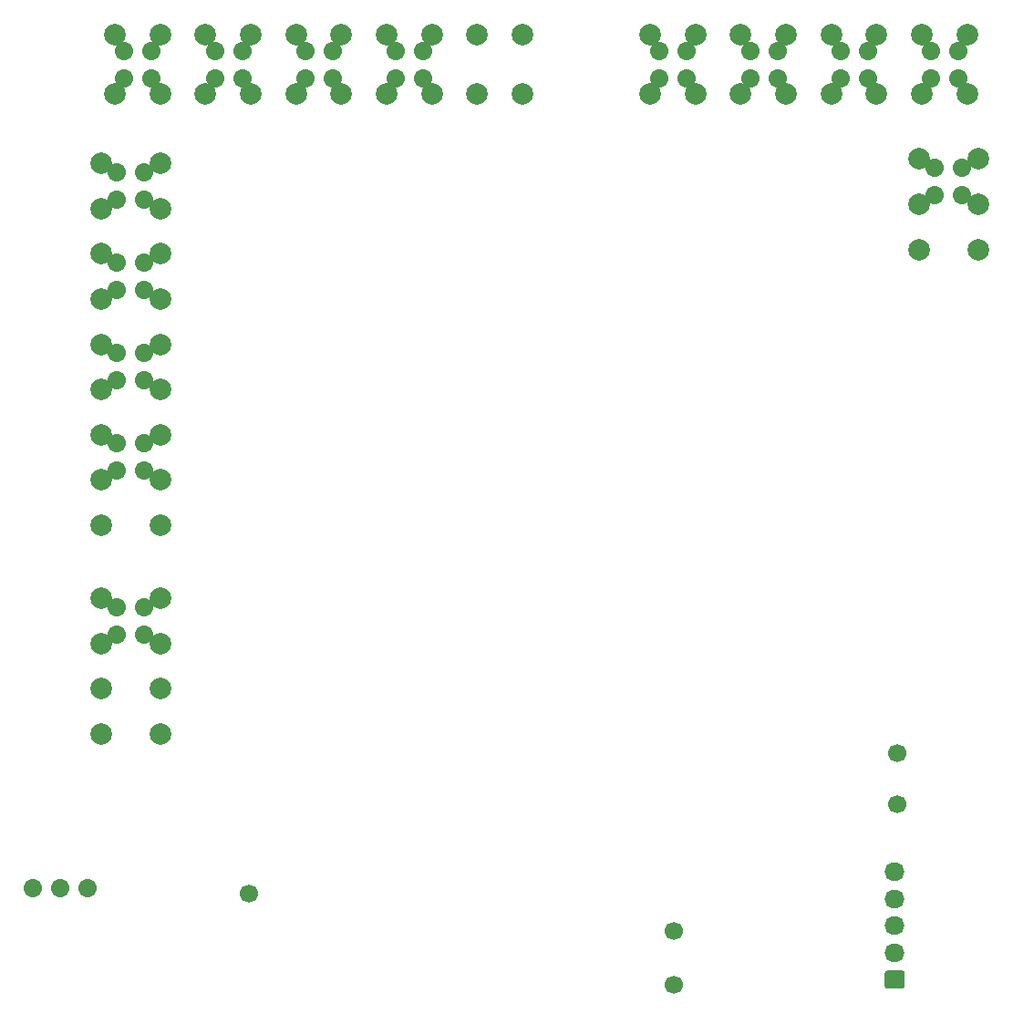
<source format=gbl>
G04 #@! TF.GenerationSoftware,KiCad,Pcbnew,7.0.9*
G04 #@! TF.CreationDate,2024-03-11T23:10:39+03:00*
G04 #@! TF.ProjectId,hellen1-uaefi,68656c6c-656e-4312-9d75-616566692e6b,rev?*
G04 #@! TF.SameCoordinates,PX55d4a80PY8f0d180*
G04 #@! TF.FileFunction,Copper,L4,Bot*
G04 #@! TF.FilePolarity,Positive*
%FSLAX46Y46*%
G04 Gerber Fmt 4.6, Leading zero omitted, Abs format (unit mm)*
G04 Created by KiCad (PCBNEW 7.0.9) date 2024-03-11 23:10:39*
%MOMM*%
%LPD*%
G01*
G04 APERTURE LIST*
G04 #@! TA.AperFunction,ComponentPad*
%ADD10C,2.000000*%
G04 #@! TD*
G04 #@! TA.AperFunction,ComponentPad*
%ADD11C,1.700000*%
G04 #@! TD*
G04 #@! TA.AperFunction,ComponentPad*
%ADD12O,1.850000X1.700000*%
G04 #@! TD*
G04 #@! TA.AperFunction,ComponentPad*
%ADD13O,1.700000X1.700000*%
G04 #@! TD*
G04 APERTURE END LIST*
D10*
G04 #@! TO.P,M801,A1,OUT_DC1-*
G04 #@! TO.N,/OUT_DC1-*
X9300126Y25800000D03*
G04 #@! TO.P,M801,A2,OUT_DC2-*
G04 #@! TO.N,/OUT_DC2-*
X9300126Y30000000D03*
G04 #@! TO.P,M801,A3,GND*
G04 #@! TO.N,/GND_A3*
X9300126Y34200000D03*
D11*
X10800126Y35050000D03*
D10*
G04 #@! TO.P,M801,A4,GND*
G04 #@! TO.N,/GND_A4*
X9300126Y38400000D03*
D11*
X10800126Y37590000D03*
D10*
G04 #@! TO.P,M801,A5,OUT_DC1+*
G04 #@! TO.N,/OUT_DC1+*
X14800126Y25800000D03*
G04 #@! TO.P,M801,A6,OUT_DC2+*
G04 #@! TO.N,/OUT_DC2+*
X14800126Y30000000D03*
D11*
G04 #@! TO.P,M801,A7,IN_VIGN*
G04 #@! TO.N,/12V_KEY*
X13340126Y35050000D03*
D10*
X14800126Y34200000D03*
D11*
G04 #@! TO.P,M801,A8,IN_V_MAIN*
G04 #@! TO.N,/12V*
X13340126Y37590000D03*
D10*
X14800126Y38400000D03*
G04 #@! TO.P,M801,B1,OUT_INJ6*
G04 #@! TO.N,/OUT_INJ6*
X9300126Y45200000D03*
G04 #@! TO.P,M801,B2,OUT_INJ5*
G04 #@! TO.N,/OUT_INJ5*
X9300126Y49400000D03*
D11*
X10800126Y50250000D03*
D10*
G04 #@! TO.P,M801,B3,OUT_INJ4*
G04 #@! TO.N,/OUT_INJ4*
X9300126Y53600000D03*
D11*
X10800126Y52790000D03*
D10*
G04 #@! TO.P,M801,B4,OUT_INJ3*
G04 #@! TO.N,/OUT_INJ3*
X9300126Y57800000D03*
D11*
X10800126Y58650000D03*
D10*
G04 #@! TO.P,M801,B5,OUT_INJ2*
G04 #@! TO.N,/OUT_INJ2*
X9300126Y62000000D03*
D11*
X10800126Y61190000D03*
D10*
G04 #@! TO.P,M801,B6,OUT_INJ1*
G04 #@! TO.N,/OUT_INJ1*
X9300126Y66200000D03*
D11*
X10800126Y67050000D03*
D10*
G04 #@! TO.P,M801,B7,OUT_LS1*
G04 #@! TO.N,/OUT_LS1*
X9300126Y70400000D03*
D11*
X10800126Y69590000D03*
D10*
G04 #@! TO.P,M801,B8,OUT_LS_WEAK2*
G04 #@! TO.N,/OUT_LS_HOT2*
X9300126Y74600000D03*
D11*
X10800126Y75450000D03*
D10*
G04 #@! TO.P,M801,B9,OUT_LS_WEAK1*
G04 #@! TO.N,/OUT_LS_HOT1*
X9300126Y78800000D03*
D11*
X10800126Y77990000D03*
D10*
G04 #@! TO.P,M801,B10,OUT_IGN6*
G04 #@! TO.N,/OUT_IGN6*
X14800126Y45200000D03*
D11*
G04 #@! TO.P,M801,B11,OUT_IGN4*
G04 #@! TO.N,/OUT_IGN4*
X13340126Y50250000D03*
D10*
X14800126Y49400000D03*
D11*
G04 #@! TO.P,M801,B12,OUT_IGN3*
G04 #@! TO.N,/OUT_IGN3*
X13340126Y52790000D03*
D10*
X14800126Y53600000D03*
D11*
G04 #@! TO.P,M801,B13,OUT_IGN5*
G04 #@! TO.N,/OUT_IGN5*
X13340126Y58650000D03*
D10*
X14800126Y57800000D03*
D11*
G04 #@! TO.P,M801,B14,OUT_IGN2*
G04 #@! TO.N,/OUT_IGN2*
X13340126Y61190000D03*
D10*
X14800126Y62000000D03*
D11*
G04 #@! TO.P,M801,B15,OUT_IGN1*
G04 #@! TO.N,/OUT_IGN1*
X13340126Y67050000D03*
D10*
X14800126Y66200000D03*
D11*
G04 #@! TO.P,M801,B16,OUT_LS4*
G04 #@! TO.N,/OUT_LS4*
X13340126Y69590000D03*
D10*
X14800126Y70400000D03*
D11*
G04 #@! TO.P,M801,B17,OUT_LS3*
G04 #@! TO.N,/OUT_LS3*
X13340126Y75450000D03*
D10*
X14800126Y74600000D03*
D11*
G04 #@! TO.P,M801,B18,OUT_LS2*
G04 #@! TO.N,/OUT_LS2*
X13340126Y77990000D03*
D10*
X14800126Y78800000D03*
G04 #@! TO.P,M801,C1,+5VP*
G04 #@! TO.N,/5VP_C1*
X10625126Y90725000D03*
D11*
X11475126Y89225000D03*
G04 #@! TO.P,M801,C2,+5VP*
G04 #@! TO.N,/5VP_C2*
X14015126Y89225000D03*
D10*
X14825126Y90725000D03*
G04 #@! TO.P,M801,C3,IN_AUX2*
G04 #@! TO.N,/IN_AUX2*
X19025126Y90725000D03*
D11*
X19875126Y89225000D03*
G04 #@! TO.P,M801,C4,IN_PPS2*
G04 #@! TO.N,/IN_PPS2*
X22415126Y89225000D03*
D10*
X23225126Y90725000D03*
G04 #@! TO.P,M801,C5,IN_HALL1*
G04 #@! TO.N,/IN_HALL1*
X27425126Y90725000D03*
D11*
X28275126Y89225000D03*
G04 #@! TO.P,M801,C6,IN_HALL2*
G04 #@! TO.N,/IN_HALL2*
X30815126Y89225000D03*
D10*
X31625126Y90725000D03*
G04 #@! TO.P,M801,C7,IN_HALL3*
G04 #@! TO.N,/IN_HALL3*
X35825126Y90725000D03*
D11*
X36675126Y89225000D03*
G04 #@! TO.P,M801,C8,GND*
G04 #@! TO.N,/GND_C8*
X39215126Y89225000D03*
D10*
X40025126Y90725000D03*
G04 #@! TO.P,M801,C9,IN_BUTTON3*
G04 #@! TO.N,/IN_BUTTON3*
X44225126Y90725000D03*
G04 #@! TO.P,M801,C10,EGT+*
G04 #@! TO.N,/EGT+*
X48425126Y90725000D03*
G04 #@! TO.P,M801,C11,GNDA*
G04 #@! TO.N,/GNDA_C11*
X10625126Y85225000D03*
D11*
X11475126Y86685000D03*
G04 #@! TO.P,M801,C12,GNDA*
G04 #@! TO.N,/GNDA_C12*
X14015126Y86685000D03*
D10*
X14825126Y85225000D03*
G04 #@! TO.P,M801,C13,GNDA*
G04 #@! TO.N,/GNDA_C13*
X19025126Y85225000D03*
D11*
X19875126Y86685000D03*
G04 #@! TO.P,M801,C14,IN_TPS2*
G04 #@! TO.N,/IN_TPS2*
X22415126Y86685000D03*
D10*
X23225126Y85225000D03*
G04 #@! TO.P,M801,C15,IN_AUX3*
G04 #@! TO.N,/IN_AUX3*
X27425126Y85225000D03*
D11*
X28275126Y86685000D03*
G04 #@! TO.P,M801,C16,VR_MAX9924+*
G04 #@! TO.N,/VR2+*
X30815126Y86685000D03*
D10*
X31625126Y85225000D03*
G04 #@! TO.P,M801,C17,VR_MAX9924-*
G04 #@! TO.N,/VR2-*
X35825126Y85225000D03*
D11*
X36675126Y86685000D03*
G04 #@! TO.P,M801,C18,VR_DISCRETE+*
G04 #@! TO.N,/VR1+*
X39215126Y86685000D03*
D10*
X40025126Y85225000D03*
G04 #@! TO.P,M801,C19,VR_DISCRETE-*
G04 #@! TO.N,/VR1-*
X44225126Y85225000D03*
G04 #@! TO.P,M801,C20,EGT-*
G04 #@! TO.N,/EGT-*
X48425126Y85225000D03*
G04 #@! TO.P,M801,D1,IN_AUX1*
G04 #@! TO.N,/IN_AUX1*
X60325126Y90725000D03*
D11*
X61175126Y89225000D03*
G04 #@! TO.P,M801,D2,IN_BUTTON1*
G04 #@! TO.N,/IN_BUTTON1*
X63715126Y89225000D03*
D10*
X64525126Y90725000D03*
G04 #@! TO.P,M801,D3,+5VP*
G04 #@! TO.N,/5VP_D3*
X68725126Y90725000D03*
D11*
X69575126Y89225000D03*
G04 #@! TO.P,M801,D4,+5VP*
G04 #@! TO.N,/5VP_D4*
X72115126Y89225000D03*
D10*
X72925126Y90725000D03*
G04 #@! TO.P,M801,D5,IN_FLEX*
G04 #@! TO.N,/IN_FLEX*
X77125126Y90725000D03*
D11*
X77975126Y89225000D03*
G04 #@! TO.P,M801,D6,IN_PPS1*
G04 #@! TO.N,/IN_PPS1*
X80515126Y89225000D03*
D10*
X81325126Y90725000D03*
G04 #@! TO.P,M801,D7,CAN+*
G04 #@! TO.N,/CAN+*
X85525126Y90725000D03*
D11*
X86375126Y89225000D03*
G04 #@! TO.P,M801,D8,CAN-*
G04 #@! TO.N,/CAN-*
X88915126Y89225000D03*
D10*
X89725126Y90725000D03*
G04 #@! TO.P,M801,D9,IN_MAP*
G04 #@! TO.N,/IN_MAP*
X60325126Y85225000D03*
D11*
X61175126Y86685000D03*
G04 #@! TO.P,M801,D10,IN_BUTTON2*
G04 #@! TO.N,/IN_BUTTON2*
X63715126Y86685000D03*
D10*
X64525126Y85225000D03*
G04 #@! TO.P,M801,D11,GNDA*
G04 #@! TO.N,/GNDA_D11*
X68725126Y85225000D03*
D11*
X69575126Y86685000D03*
G04 #@! TO.P,M801,D12,GNDA*
G04 #@! TO.N,/GNDA_D12*
X72115126Y86685000D03*
D10*
X72925126Y85225000D03*
G04 #@! TO.P,M801,D13,IN_TPS1*
G04 #@! TO.N,/IN_TPS1*
X77125126Y85225000D03*
D11*
X77975126Y86685000D03*
G04 #@! TO.P,M801,D14,IN_KNOCK_RAW*
G04 #@! TO.N,/IN_KNOCK_RAW*
X80515126Y86685000D03*
D10*
X81325126Y85225000D03*
G04 #@! TO.P,M801,D15,IN_IAT*
G04 #@! TO.N,/IN_IAT*
X85525126Y85225000D03*
D11*
X86375126Y86685000D03*
G04 #@! TO.P,M801,D16,IN_CLT*
G04 #@! TO.N,/IN_CLT*
X88915126Y86685000D03*
D10*
X89725126Y85225000D03*
D11*
G04 #@! TO.P,M801,E1,+12V_RAW*
G04 #@! TO.N,/WBO_12V*
X89290126Y78390000D03*
D10*
X90750126Y79200000D03*
D11*
G04 #@! TO.P,M801,E2,WBO_Rtrim*
G04 #@! TO.N,/WBO_Rtrim*
X89290126Y75850000D03*
D10*
X90750126Y75000000D03*
G04 #@! TO.P,M801,E3,WBO_Heater*
G04 #@! TO.N,/WBO_Heater*
X90750126Y70800000D03*
G04 #@! TO.P,M801,E4,WBO_Un*
G04 #@! TO.N,/WBO_Un*
X85250126Y79200000D03*
D11*
X86750126Y78390000D03*
D10*
G04 #@! TO.P,M801,E5,WBO_Ip*
G04 #@! TO.N,/WBO_Ip*
X85250126Y75000000D03*
D11*
X86750126Y75850000D03*
D10*
G04 #@! TO.P,M801,E6,WBO_Vm*
G04 #@! TO.N,/WBO_Vm*
X85250126Y70800000D03*
G04 #@! TO.P,M801,J1,VBUS*
G04 #@! TO.N,Net-(J801-Pin_1)*
G04 #@! TA.AperFunction,ComponentPad*
G36*
G01*
X83700126Y2150000D02*
X82350126Y2150000D01*
G75*
G02*
X82100126Y2400000I0J250000D01*
G01*
X82100126Y3600000D01*
G75*
G02*
X82350126Y3850000I250000J0D01*
G01*
X83700126Y3850000D01*
G75*
G02*
X83950126Y3600000I0J-250000D01*
G01*
X83950126Y2400000D01*
G75*
G02*
X83700126Y2150000I-250000J0D01*
G01*
G37*
G04 #@! TD.AperFunction*
D12*
G04 #@! TO.P,M801,J2,USB-*
G04 #@! TO.N,Net-(J801-Pin_2)*
X83025126Y5500000D03*
G04 #@! TO.P,M801,J3,USB+*
G04 #@! TO.N,Net-(J801-Pin_3)*
X83025126Y8000000D03*
G04 #@! TO.P,M801,J4,GND*
G04 #@! TO.N,Net-(J801-Pin_4)*
X83025126Y10500000D03*
G04 #@! TO.P,M801,J5,GND*
G04 #@! TO.N,Net-(J801-Pin_5)*
X83025126Y13000000D03*
D11*
G04 #@! TO.P,M801,P3,LED_YELLOW*
G04 #@! TO.N,Net-(M801-LED_YELLOW)*
X62525126Y2500000D03*
G04 #@! TO.P,M801,P4,LED_GREEN*
G04 #@! TO.N,Net-(M801-LED_GREEN)*
X62525126Y7500000D03*
G04 #@! TO.P,M801,P7,Rx*
G04 #@! TO.N,Net-(M801-Rx)*
X83225126Y24000000D03*
G04 #@! TO.P,M801,P8,Tx*
G04 #@! TO.N,Net-(M801-Tx)*
X83225126Y19300000D03*
G04 #@! TO.P,M801,P15,DC1_DIR*
G04 #@! TO.N,Net-(J802-Pin_2)*
X5565126Y11500000D03*
G04 #@! TO.P,M801,P16,DC2_DIR*
G04 #@! TO.N,Net-(J802-Pin_3)*
X8105126Y11500000D03*
G04 #@! TO.P,M801,P17,DC1_PWM*
G04 #@! TO.N,Net-(J802-Pin_1)*
X3025126Y11500000D03*
G04 #@! TO.P,M801,P18,DC2_PWM*
G04 #@! TO.N,Net-(M801-DC2_PWM)*
X23025126Y11000000D03*
G04 #@! TD*
D10*
G04 #@! TO.P,P809,1,Pin_1*
G04 #@! TO.N,/GND_A4*
X9300126Y38400000D03*
G04 #@! TD*
D13*
G04 #@! TO.P,J805,1,Pin_1*
G04 #@! TO.N,/5VP_D3*
X69575126Y89225000D03*
G04 #@! TO.P,J805,2,Pin_2*
G04 #@! TO.N,/5VP_D4*
X72115126Y89225000D03*
G04 #@! TO.P,J805,3,Pin_3*
G04 #@! TO.N,/GNDA_D11*
X69575126Y86685000D03*
G04 #@! TO.P,J805,4,Pin_4*
G04 #@! TO.N,/GNDA_D12*
X72115126Y86685000D03*
G04 #@! TD*
D10*
G04 #@! TO.P,P825,1,Pin_1*
G04 #@! TO.N,/OUT_IGN3*
X14800126Y53600000D03*
G04 #@! TD*
G04 #@! TO.P,P859,1,Pin_1*
G04 #@! TO.N,/CAN-*
X89725126Y90725000D03*
G04 #@! TD*
G04 #@! TO.P,P824,1,Pin_1*
G04 #@! TO.N,/OUT_IGN4*
X14800126Y49400000D03*
G04 #@! TD*
G04 #@! TO.P,P834,1,Pin_1*
G04 #@! TO.N,/IN_AUX2*
X19025126Y90725000D03*
G04 #@! TD*
G04 #@! TO.P,P819,1,Pin_1*
G04 #@! TO.N,/OUT_INJ1*
X9300126Y66200000D03*
G04 #@! TD*
G04 #@! TO.P,P852,1,Pin_1*
G04 #@! TO.N,/IN_AUX1*
X60325126Y90725000D03*
G04 #@! TD*
G04 #@! TO.P,P867,1,Pin_1*
G04 #@! TO.N,/IN_CLT*
X89725126Y85225000D03*
G04 #@! TD*
G04 #@! TO.P,P818,1,Pin_1*
G04 #@! TO.N,/OUT_INJ2*
X9300126Y62000000D03*
G04 #@! TD*
G04 #@! TO.P,P817,1,Pin_1*
G04 #@! TO.N,/OUT_INJ3*
X9300126Y57800000D03*
G04 #@! TD*
G04 #@! TO.P,P841,1,Pin_1*
G04 #@! TO.N,/EGT+*
X48425126Y90725000D03*
G04 #@! TD*
G04 #@! TO.P,P872,1,Pin_1*
G04 #@! TO.N,/WBO_Ip*
X85250126Y75000000D03*
G04 #@! TD*
G04 #@! TO.P,P857,1,Pin_1*
G04 #@! TO.N,/IN_PPS1*
X81325126Y90725000D03*
G04 #@! TD*
G04 #@! TO.P,P840,1,Pin_1*
G04 #@! TO.N,/IN_BUTTON3*
X44225126Y90725000D03*
G04 #@! TD*
G04 #@! TO.P,P837,1,Pin_1*
G04 #@! TO.N,/IN_HALL2*
X31625126Y90725000D03*
G04 #@! TD*
G04 #@! TO.P,P822,1,Pin_1*
G04 #@! TO.N,/OUT_LS_HOT1*
X9300126Y78800000D03*
G04 #@! TD*
G04 #@! TO.P,P870,1,Pin_1*
G04 #@! TO.N,/WBO_Heater*
X90750126Y70800000D03*
G04 #@! TD*
D11*
G04 #@! TO.P,P802,1,Pin_1*
G04 #@! TO.N,Net-(M801-Tx)*
X83225126Y19300000D03*
G04 #@! TD*
D13*
G04 #@! TO.P,J815,1,Pin_1*
G04 #@! TO.N,/IN_HALL3*
X36675126Y89225000D03*
G04 #@! TO.P,J815,2,Pin_2*
G04 #@! TO.N,/GND_C8*
X39215126Y89225000D03*
G04 #@! TO.P,J815,3,Pin_3*
G04 #@! TO.N,/VR2-*
X36675126Y86685000D03*
G04 #@! TO.P,J815,4,Pin_4*
G04 #@! TO.N,/VR1+*
X39215126Y86685000D03*
G04 #@! TD*
D10*
G04 #@! TO.P,P865,1,Pin_1*
G04 #@! TO.N,/IN_KNOCK_RAW*
X81325126Y85225000D03*
G04 #@! TD*
G04 #@! TO.P,P835,1,Pin_1*
G04 #@! TO.N,/IN_PPS2*
X23225126Y90725000D03*
G04 #@! TD*
D11*
G04 #@! TO.P,P801,1,Pin_1*
G04 #@! TO.N,Net-(M801-Rx)*
X83225126Y24000000D03*
G04 #@! TD*
D10*
G04 #@! TO.P,P816,1,Pin_1*
G04 #@! TO.N,/OUT_INJ4*
X9300126Y53600000D03*
G04 #@! TD*
G04 #@! TO.P,P838,1,Pin_1*
G04 #@! TO.N,/IN_HALL3*
X35825126Y90725000D03*
G04 #@! TD*
G04 #@! TO.P,P848,1,Pin_1*
G04 #@! TO.N,/VR2-*
X35825126Y85225000D03*
G04 #@! TD*
G04 #@! TO.P,P866,1,Pin_1*
G04 #@! TO.N,/IN_IAT*
X85525126Y85225000D03*
G04 #@! TD*
G04 #@! TO.P,P813,1,Pin_1*
G04 #@! TO.N,/12V*
X14800126Y38400000D03*
G04 #@! TD*
D13*
G04 #@! TO.P,J806,1,Pin_1*
G04 #@! TO.N,/OUT_LS_HOT1*
X10800126Y77990000D03*
G04 #@! TO.P,J806,2,Pin_2*
G04 #@! TO.N,/OUT_LS2*
X13340126Y77990000D03*
G04 #@! TO.P,J806,3,Pin_3*
G04 #@! TO.N,/OUT_LS_HOT2*
X10800126Y75450000D03*
G04 #@! TO.P,J806,4,Pin_4*
G04 #@! TO.N,/OUT_LS3*
X13340126Y75450000D03*
G04 #@! TD*
D10*
G04 #@! TO.P,P830,1,Pin_1*
G04 #@! TO.N,/OUT_LS3*
X14800126Y74600000D03*
G04 #@! TD*
G04 #@! TO.P,P853,1,Pin_1*
G04 #@! TO.N,/IN_BUTTON1*
X64525126Y90725000D03*
G04 #@! TD*
G04 #@! TO.P,P854,1,Pin_1*
G04 #@! TO.N,/5VP_D3*
X68725126Y90725000D03*
G04 #@! TD*
D13*
G04 #@! TO.P,J816,1,Pin_1*
G04 #@! TO.N,/OUT_INJ4*
X10800126Y52790000D03*
G04 #@! TO.P,J816,2,Pin_2*
G04 #@! TO.N,/OUT_IGN3*
X13340126Y52790000D03*
G04 #@! TO.P,J816,3,Pin_3*
G04 #@! TO.N,/OUT_INJ5*
X10800126Y50250000D03*
G04 #@! TO.P,J816,4,Pin_4*
G04 #@! TO.N,/OUT_IGN4*
X13340126Y50250000D03*
G04 #@! TD*
G04 #@! TO.P,J801,1,Pin_1*
G04 #@! TO.N,Net-(J801-Pin_1)*
G04 #@! TA.AperFunction,ComponentPad*
G36*
G01*
X83700126Y2150000D02*
X82350126Y2150000D01*
G75*
G02*
X82100126Y2400000I0J250000D01*
G01*
X82100126Y3600000D01*
G75*
G02*
X82350126Y3850000I250000J0D01*
G01*
X83700126Y3850000D01*
G75*
G02*
X83950126Y3600000I0J-250000D01*
G01*
X83950126Y2400000D01*
G75*
G02*
X83700126Y2150000I-250000J0D01*
G01*
G37*
G04 #@! TD.AperFunction*
D12*
G04 #@! TO.P,J801,2,Pin_2*
G04 #@! TO.N,Net-(J801-Pin_2)*
X83025126Y5500000D03*
G04 #@! TO.P,J801,3,Pin_3*
G04 #@! TO.N,Net-(J801-Pin_3)*
X83025126Y8000000D03*
G04 #@! TO.P,J801,4,Pin_4*
G04 #@! TO.N,Net-(J801-Pin_4)*
X83025126Y10500000D03*
G04 #@! TO.P,J801,5,Pin_5*
G04 #@! TO.N,Net-(J801-Pin_5)*
X83025126Y13000000D03*
G04 #@! TD*
D13*
G04 #@! TO.P,J809,1,Pin_1*
G04 #@! TO.N,/OUT_LS1*
X10800126Y69590000D03*
G04 #@! TO.P,J809,2,Pin_2*
G04 #@! TO.N,/OUT_LS4*
X13340126Y69590000D03*
G04 #@! TO.P,J809,3,Pin_3*
G04 #@! TO.N,/OUT_INJ1*
X10800126Y67050000D03*
G04 #@! TO.P,J809,4,Pin_4*
G04 #@! TO.N,/OUT_IGN1*
X13340126Y67050000D03*
G04 #@! TD*
D10*
G04 #@! TO.P,P861,1,Pin_1*
G04 #@! TO.N,/IN_BUTTON2*
X64525126Y85225000D03*
G04 #@! TD*
G04 #@! TO.P,P864,1,Pin_1*
G04 #@! TO.N,/IN_TPS1*
X77125126Y85225000D03*
G04 #@! TD*
G04 #@! TO.P,P855,1,Pin_1*
G04 #@! TO.N,/5VP_D4*
X72925126Y90725000D03*
G04 #@! TD*
G04 #@! TO.P,P811,1,Pin_1*
G04 #@! TO.N,/OUT_DC2+*
X14800126Y30000000D03*
G04 #@! TD*
G04 #@! TO.P,P849,1,Pin_1*
G04 #@! TO.N,/VR1+*
X40025126Y85225000D03*
G04 #@! TD*
G04 #@! TO.P,P828,1,Pin_1*
G04 #@! TO.N,/OUT_IGN1*
X14800126Y66200000D03*
G04 #@! TD*
G04 #@! TO.P,P860,1,Pin_1*
G04 #@! TO.N,/IN_MAP*
X60325126Y85225000D03*
G04 #@! TD*
D13*
G04 #@! TO.P,J814,1,Pin_1*
G04 #@! TO.N,/CAN+*
X86375126Y89225000D03*
G04 #@! TO.P,J814,2,Pin_2*
G04 #@! TO.N,/CAN-*
X88915126Y89225000D03*
G04 #@! TO.P,J814,3,Pin_3*
G04 #@! TO.N,/IN_IAT*
X86375126Y86685000D03*
G04 #@! TO.P,J814,4,Pin_4*
G04 #@! TO.N,/IN_CLT*
X88915126Y86685000D03*
G04 #@! TD*
D10*
G04 #@! TO.P,P807,1,Pin_1*
G04 #@! TO.N,/OUT_DC2-*
X9300126Y30000000D03*
G04 #@! TD*
G04 #@! TO.P,P832,1,Pin_1*
G04 #@! TO.N,/5VP_C1*
X10625126Y90725000D03*
G04 #@! TD*
D13*
G04 #@! TO.P,J812,1,Pin_1*
G04 #@! TO.N,/WBO_Un*
X86750126Y78390000D03*
G04 #@! TO.P,J812,2,Pin_2*
G04 #@! TO.N,/WBO_12V*
X89290126Y78390000D03*
G04 #@! TO.P,J812,3,Pin_3*
G04 #@! TO.N,/WBO_Ip*
X86750126Y75850000D03*
G04 #@! TO.P,J812,4,Pin_4*
G04 #@! TO.N,/WBO_Rtrim*
X89290126Y75850000D03*
G04 #@! TD*
D10*
G04 #@! TO.P,P871,1,Pin_1*
G04 #@! TO.N,/WBO_Un*
X85250126Y79200000D03*
G04 #@! TD*
G04 #@! TO.P,P863,1,Pin_1*
G04 #@! TO.N,/GNDA_D12*
X72925126Y85225000D03*
G04 #@! TD*
G04 #@! TO.P,P820,1,Pin_1*
G04 #@! TO.N,/OUT_LS1*
X9300126Y70400000D03*
G04 #@! TD*
G04 #@! TO.P,P844,1,Pin_1*
G04 #@! TO.N,/GNDA_C13*
X19025126Y85225000D03*
G04 #@! TD*
D13*
G04 #@! TO.P,J804,1,Pin_1*
G04 #@! TO.N,/IN_AUX1*
X61175126Y89225000D03*
G04 #@! TO.P,J804,2,Pin_2*
G04 #@! TO.N,/IN_BUTTON1*
X63715126Y89225000D03*
G04 #@! TO.P,J804,3,Pin_3*
G04 #@! TO.N,/IN_MAP*
X61175126Y86685000D03*
G04 #@! TO.P,J804,4,Pin_4*
G04 #@! TO.N,/IN_BUTTON2*
X63715126Y86685000D03*
G04 #@! TD*
D11*
G04 #@! TO.P,P804,1,Pin_1*
G04 #@! TO.N,Net-(M801-LED_GREEN)*
X62525126Y7500000D03*
G04 #@! TD*
D13*
G04 #@! TO.P,J803,1,Pin_1*
G04 #@! TO.N,/GND_A4*
X10800126Y37590000D03*
G04 #@! TO.P,J803,2,Pin_2*
G04 #@! TO.N,/12V*
X13340126Y37590000D03*
G04 #@! TO.P,J803,3,Pin_3*
G04 #@! TO.N,/GND_A3*
X10800126Y35050000D03*
G04 #@! TO.P,J803,4,Pin_4*
G04 #@! TO.N,/12V_KEY*
X13340126Y35050000D03*
G04 #@! TD*
D10*
G04 #@! TO.P,P847,1,Pin_1*
G04 #@! TO.N,/VR2+*
X31625126Y85225000D03*
G04 #@! TD*
G04 #@! TO.P,P808,1,Pin_1*
G04 #@! TO.N,/GND_A3*
X9300126Y34200000D03*
G04 #@! TD*
D13*
G04 #@! TO.P,J802,1,Pin_1*
G04 #@! TO.N,Net-(J802-Pin_1)*
X3025126Y11500000D03*
G04 #@! TO.P,J802,2,Pin_2*
G04 #@! TO.N,Net-(J802-Pin_2)*
X5565126Y11500000D03*
G04 #@! TO.P,J802,3,Pin_3*
G04 #@! TO.N,Net-(J802-Pin_3)*
X8105126Y11500000D03*
G04 #@! TD*
G04 #@! TO.P,J807,1,Pin_1*
G04 #@! TO.N,/5VP_C1*
X11475126Y89225000D03*
G04 #@! TO.P,J807,2,Pin_2*
G04 #@! TO.N,/5VP_C2*
X14015126Y89225000D03*
G04 #@! TO.P,J807,3,Pin_3*
G04 #@! TO.N,/GNDA_C11*
X11475126Y86685000D03*
G04 #@! TO.P,J807,4,Pin_4*
G04 #@! TO.N,/GNDA_C12*
X14015126Y86685000D03*
G04 #@! TD*
D10*
G04 #@! TO.P,P831,1,Pin_1*
G04 #@! TO.N,/OUT_LS2*
X14800126Y78800000D03*
G04 #@! TD*
G04 #@! TO.P,P814,1,Pin_1*
G04 #@! TO.N,/OUT_INJ6*
X9300126Y45200000D03*
G04 #@! TD*
G04 #@! TO.P,P858,1,Pin_1*
G04 #@! TO.N,/CAN+*
X85525126Y90725000D03*
G04 #@! TD*
G04 #@! TO.P,P869,1,Pin_1*
G04 #@! TO.N,/WBO_Rtrim*
X90750126Y75000000D03*
G04 #@! TD*
D11*
G04 #@! TO.P,P805,1,Pin_1*
G04 #@! TO.N,Net-(M801-DC2_PWM)*
X23025126Y11000000D03*
G04 #@! TD*
D10*
G04 #@! TO.P,P846,1,Pin_1*
G04 #@! TO.N,/IN_AUX3*
X27425126Y85225000D03*
G04 #@! TD*
G04 #@! TO.P,P868,1,Pin_1*
G04 #@! TO.N,/WBO_12V*
X90750126Y79200000D03*
G04 #@! TD*
G04 #@! TO.P,P812,1,Pin_1*
G04 #@! TO.N,/12V_KEY*
X14800126Y34200000D03*
G04 #@! TD*
G04 #@! TO.P,P839,1,Pin_1*
G04 #@! TO.N,/GND_C8*
X40025126Y90725000D03*
G04 #@! TD*
G04 #@! TO.P,P850,1,Pin_1*
G04 #@! TO.N,/VR1-*
X44225126Y85225000D03*
G04 #@! TD*
D13*
G04 #@! TO.P,J811,1,Pin_1*
G04 #@! TO.N,/IN_HALL1*
X28275126Y89225000D03*
G04 #@! TO.P,J811,2,Pin_2*
G04 #@! TO.N,/IN_HALL2*
X30815126Y89225000D03*
G04 #@! TO.P,J811,3,Pin_3*
G04 #@! TO.N,/IN_AUX3*
X28275126Y86685000D03*
G04 #@! TO.P,J811,4,Pin_4*
G04 #@! TO.N,/VR2+*
X30815126Y86685000D03*
G04 #@! TD*
G04 #@! TO.P,J810,1,Pin_1*
G04 #@! TO.N,/IN_FLEX*
X77975126Y89225000D03*
G04 #@! TO.P,J810,2,Pin_2*
G04 #@! TO.N,/IN_PPS1*
X80515126Y89225000D03*
G04 #@! TO.P,J810,3,Pin_3*
G04 #@! TO.N,/IN_TPS1*
X77975126Y86685000D03*
G04 #@! TO.P,J810,4,Pin_4*
G04 #@! TO.N,/IN_KNOCK_RAW*
X80515126Y86685000D03*
G04 #@! TD*
G04 #@! TO.P,J808,1,Pin_1*
G04 #@! TO.N,/IN_AUX2*
X19875126Y89225000D03*
G04 #@! TO.P,J808,2,Pin_2*
G04 #@! TO.N,/IN_PPS2*
X22415126Y89225000D03*
G04 #@! TO.P,J808,3,Pin_3*
G04 #@! TO.N,/GNDA_C13*
X19875126Y86685000D03*
G04 #@! TO.P,J808,4,Pin_4*
G04 #@! TO.N,/IN_TPS2*
X22415126Y86685000D03*
G04 #@! TD*
D10*
G04 #@! TO.P,P827,1,Pin_1*
G04 #@! TO.N,/OUT_IGN2*
X14800126Y62000000D03*
G04 #@! TD*
G04 #@! TO.P,P833,1,Pin_1*
G04 #@! TO.N,/5VP_C2*
X14825126Y90725000D03*
G04 #@! TD*
G04 #@! TO.P,P821,1,Pin_1*
G04 #@! TO.N,/OUT_LS_HOT2*
X9300126Y74600000D03*
G04 #@! TD*
G04 #@! TO.P,P806,1,Pin_1*
G04 #@! TO.N,/OUT_DC1-*
X9300126Y25800000D03*
G04 #@! TD*
D13*
G04 #@! TO.P,J813,1,Pin_1*
G04 #@! TO.N,/OUT_INJ2*
X10800126Y61190000D03*
G04 #@! TO.P,J813,2,Pin_2*
G04 #@! TO.N,/OUT_IGN2*
X13340126Y61190000D03*
G04 #@! TO.P,J813,3,Pin_3*
G04 #@! TO.N,/OUT_INJ3*
X10800126Y58650000D03*
G04 #@! TO.P,J813,4,Pin_4*
G04 #@! TO.N,/OUT_IGN5*
X13340126Y58650000D03*
G04 #@! TD*
D10*
G04 #@! TO.P,P842,1,Pin_1*
G04 #@! TO.N,/GNDA_C11*
X10625126Y85225000D03*
G04 #@! TD*
G04 #@! TO.P,P851,1,Pin_1*
G04 #@! TO.N,/EGT-*
X48425126Y85225000D03*
G04 #@! TD*
G04 #@! TO.P,P856,1,Pin_1*
G04 #@! TO.N,/IN_FLEX*
X77125126Y90725000D03*
G04 #@! TD*
D11*
G04 #@! TO.P,P803,1,Pin_1*
G04 #@! TO.N,Net-(M801-LED_YELLOW)*
X62525126Y2500000D03*
G04 #@! TD*
D10*
G04 #@! TO.P,P845,1,Pin_1*
G04 #@! TO.N,/IN_TPS2*
X23225126Y85225000D03*
G04 #@! TD*
G04 #@! TO.P,P836,1,Pin_1*
G04 #@! TO.N,/IN_HALL1*
X27425126Y90725000D03*
G04 #@! TD*
G04 #@! TO.P,P843,1,Pin_1*
G04 #@! TO.N,/GNDA_C12*
X14825126Y85225000D03*
G04 #@! TD*
G04 #@! TO.P,P826,1,Pin_1*
G04 #@! TO.N,/OUT_IGN5*
X14800126Y57800000D03*
G04 #@! TD*
G04 #@! TO.P,P810,1,Pin_1*
G04 #@! TO.N,/OUT_DC1+*
X14800126Y25800000D03*
G04 #@! TD*
G04 #@! TO.P,P873,1,Pin_1*
G04 #@! TO.N,/WBO_Vm*
X85250126Y70800000D03*
G04 #@! TD*
G04 #@! TO.P,P829,1,Pin_1*
G04 #@! TO.N,/OUT_LS4*
X14800126Y70400000D03*
G04 #@! TD*
G04 #@! TO.P,P815,1,Pin_1*
G04 #@! TO.N,/OUT_INJ5*
X9300126Y49400000D03*
G04 #@! TD*
G04 #@! TO.P,P862,1,Pin_1*
G04 #@! TO.N,/GNDA_D11*
X68725126Y85225000D03*
G04 #@! TD*
G04 #@! TO.P,P823,1,Pin_1*
G04 #@! TO.N,/OUT_IGN6*
X14800126Y45200000D03*
G04 #@! TD*
M02*

</source>
